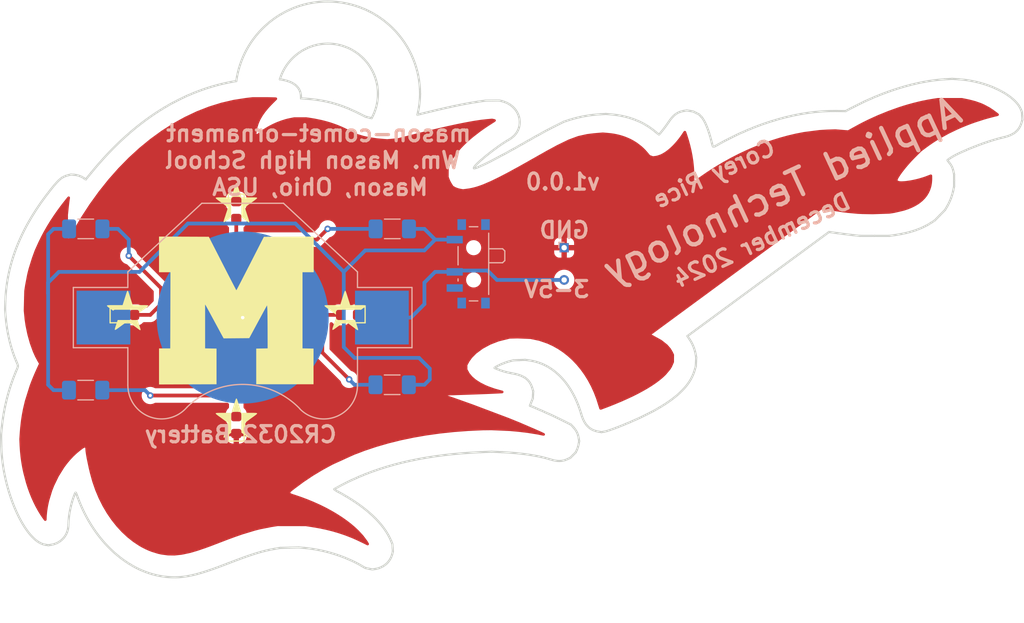
<source format=kicad_pcb>
(kicad_pcb (version 20240108) (generator "pcbnew") (generator_version "8.0")
  (layers (0 "F.Cu" signal) (31 "B.Cu" signal) (34 "B.Paste" user) (35 "F.Paste" user) (36 "B.SilkS" user "B.Silkscreen") (37 "F.SilkS" user "F.Silkscreen") (38 "B.Mask" user) (39 "F.Mask" user) (44 "Edge.Cuts" user))
  (net 0 "")
  (net 1 "Net-(BT1-+)")
  (net 2 "Net-(D1-A)")
  (net 3 "Net-(D2-A)")
  (net 4 "Net-(D3-A)")
  (net 5 "Net-(D4-A)")
  (net 6 "GND")
  (net 7 "Net-(SW1-A)")
  (footprint "Connector_PinHeader_1.00mm:PinHeader_1x01_P1.00mm_Vertical" (layer "F.Cu") (at 75 43)
    (property "Reference" "J2" (hide yes))
    (property "Value" "Conn_01x01_Pin" (hide yes))
  )
  (footprint "Diode_SMD:D_0603_1608Metric" (layer "F.Cu") (at 44.5 39.5 -90)
    (property "Reference" "D1" (hide yes))
    (property "Value" "LED")
  )
  (footprint "Diode_SMD:D_0603_1608Metric" (layer "F.Cu") (at 55 49.25 180)
    (property "Reference" "D3" (hide yes))
    (property "Value" "LED")
  )
  (footprint "Connector_PinHeader_1.00mm:PinHeader_1x01_P1.00mm_Vertical" (layer "F.Cu") (at 75 46)
    (property "Reference" "J1" (hide yes))
    (property "Value" "Conn_01x01_Pin" (hide yes))
  )
  (footprint "Diode_SMD:D_0603_1608Metric" (layer "F.Cu") (at 34.25 49.25)
    (property "Reference" "D2" (hide yes))
    (property "Value" "LED")
  )
  (footprint "Diode_SMD:D_0603_1608Metric" (layer "F.Cu") (at 44.5 59.5 90)
    (property "Reference" "D4" (hide yes))
    (property "Value" "LED")
  )
  (footprint "Resistor_SMD:R_1206_3216Metric_Pad1.30x1.75mm_HandSolder" (layer "B.Cu") (at 30.5 41.25)
    (property "Reference" "R2" (hide yes))
    (property "Value" "R_US" (hide yes))
  )
  (footprint "Battery:BatteryHolder_Multicomp_BC-2001_1x2032" (layer "B.Cu") (at 45.095 49.5)
    (property "Reference" "BT1" (hide yes))
    (property "Value" "Battery_Cell" (hide yes))
  )
  (footprint "Button_Switch_SMD:SW_SPDT_PCM12" (layer "B.Cu") (at 66.25 44.5 -90)
    (property "Reference" "SW1" (hide yes))
    (property "Value" "SW_SPDT" (hide yes))
  )
  (footprint "Resistor_SMD:R_1206_3216Metric_Pad1.30x1.75mm_HandSolder" (layer "B.Cu") (at 59 55.75 180)
    (property "Reference" "R3" (hide yes))
    (property "Value" "R_US" (hide yes))
  )
  (footprint "Resistor_SMD:R_1206_3216Metric_Pad1.30x1.75mm_HandSolder" (layer "B.Cu") (at 59.0125 41.25 180)
    (property "Reference" "R1" (hide yes))
    (property "Value" "R_US" (hide yes))
  )
  (footprint "Resistor_SMD:R_1206_3216Metric_Pad1.30x1.75mm_HandSolder" (layer "B.Cu") (at 30.4875 56.25)
    (property "Reference" "R4" (hide yes))
    (property "Value" "R_US" (hide yes))
  )
  (gr_poly (pts (xy 44.518112 57.021702) (xy 44.523312 57.023301) (xy 44.528511 57.026402) (xy 44.533711 57.031102) (xy 44.53941 57.036801) (xy 44.544609 57.043499) (xy 44.549809 57.0518) (xy 44.555508 57.0611) (xy 44.561207 57.071442) (xy 44.567408 57.083321) (xy 44.579289 57.110711) (xy 44.592209 57.143269) (xy 44.605648 57.180478) (xy 44.620638 57.222847) (xy 44.636137 57.270386) (xy 44.671276 57.37994) (xy 44.759127 57.658478) (xy 44.983919 58.362313) (xy 45.743046 58.362313) (xy 46.04122 58.361794) (xy 46.158526 58.362313) (xy 46.254646 58.364914) (xy 46.331127 58.370114) (xy 46.386938 58.378415) (xy 46.407608 58.384613) (xy 46.423107 58.391812) (xy 46.433958 58.400113) (xy 46.439657 58.409912) (xy 46.440657 58.421803) (xy 46.437058 58.434723) (xy 46.428257 58.449715) (xy 46.414818 58.466767) (xy 46.374508 58.506558) (xy 46.315598 58.555138) (xy 46.238598 58.614048) (xy 46.143507 58.683297) (xy 45.900627 58.857445) (xy 45.667566 59.027462) (xy 45.476881 59.169056) (xy 45.348208 59.267758) (xy 45.313068 59.296177) (xy 45.303768 59.304978) (xy 45.300669 59.308579) (xy 45.305368 59.326668) (xy 45.318808 59.371109) (xy 45.367897 59.528206) (xy 45.440758 59.7561) (xy 45.529638 60.031018) (xy 45.621618 60.309037) (xy 45.685698 60.508507) (xy 45.705338 60.580338) (xy 45.716188 60.634079) (xy 45.717789 60.654751) (xy 45.716789 60.671292) (xy 45.71319 60.683171) (xy 45.70649 60.691471) (xy 45.697189 60.695572) (xy 45.68479 60.695572) (xy 45.6698 60.691971) (xy 45.651199 60.684773) (xy 45.60417 60.658932) (xy 45.54319 60.618622) (xy 45.377308 60.4977) (xy 45.146315 60.327168) (xy 44.976816 60.201596) (xy 44.976816 58.471985) (xy 44.976557 58.461663) (xy 44.975788 58.45148) (xy 44.97452 58.441449) (xy 44.972768 58.431581) (xy 44.970542 58.421889) (xy 44.967855 58.412386) (xy 44.96472 58.403083) (xy 44.961149 58.393994) (xy 44.957155 58.38513) (xy 44.952749 58.376505) (xy 44.947945 58.368129) (xy 44.942754 58.360017) (xy 44.937189 58.352179) (xy 44.931262 58.344629) (xy 44.924986 58.337379) (xy 44.918372 58.330441) (xy 44.911435 58.323828) (xy 44.904185 58.317552) (xy 44.896635 58.311625) (xy 44.888797 58.30606) (xy 44.880685 58.300868) (xy 44.87231 58.296064) (xy 44.863684 58.291658) (xy 44.854821 58.287663) (xy 44.845731 58.284092) (xy 44.836429 58.280957) (xy 44.826926 58.278271) (xy 44.817234 58.276045) (xy 44.807366 58.274292) (xy 44.797334 58.273025) (xy 44.787151 58.272255) (xy 44.776829 58.271996) (xy 44.225441 58.271996) (xy 44.215119 58.272255) (xy 44.204936 58.273025) (xy 44.194905 58.274292) (xy 44.185037 58.276045) (xy 44.175345 58.27827) (xy 44.165842 58.280957) (xy 44.156539 58.284092) (xy 44.14745 58.287663) (xy 44.138587 58.291657) (xy 44.129961 58.296063) (xy 44.121586 58.300867) (xy 44.113473 58.306058) (xy 44.105636 58.311624) (xy 44.098086 58.317551) (xy 44.090836 58.323827) (xy 44.083898 58.33044) (xy 44.077285 58.337378) (xy 44.071009 58.344628) (xy 44.065082 58.352178) (xy 44.059517 58.360015) (xy 44.054326 58.368128) (xy 44.049521 58.376503) (xy 44.045115 58.385129) (xy 44.041121 58.393992) (xy 44.03755 58.403082) (xy 44.034415 58.412384) (xy 44.031728 58.421888) (xy 44.029502 58.43158) (xy 44.02775 58.441448) (xy 44.026482 58.45148) (xy 44.025713 58.461663) (xy 44.025454 58.471985) (xy 44.025454 60.21658) (xy 43.890062 60.3158) (xy 43.661135 60.482197) (xy 43.570705 60.547306) (xy 43.495255 60.599495) (xy 43.434275 60.638256) (xy 43.408955 60.652207) (xy 43.386734 60.663056) (xy 43.367615 60.669754) (xy 43.352116 60.673355) (xy 43.339195 60.672837) (xy 43.329895 60.668137) (xy 43.322695 60.659836) (xy 43.318594 60.647435) (xy 43.317595 60.631413) (xy 43.318594 60.610741) (xy 43.322193 60.586453) (xy 43.327892 60.557515) (xy 43.347012 60.486714) (xy 43.374401 60.397835) (xy 43.40954 60.290863) (xy 43.49997 60.019047) (xy 43.659132 59.530705) (xy 43.707712 59.376709) (xy 43.725802 59.313668) (xy 43.725285 59.312069) (xy 43.722685 59.309468) (xy 43.713884 59.300167) (xy 43.698895 59.287766) (xy 43.678745 59.270714) (xy 43.622934 59.226784) (xy 43.549555 59.170452) (xy 43.460674 59.103791) (xy 43.358872 59.027821) (xy 43.246216 58.94566) (xy 43.125811 58.857811) (xy 42.88345 58.683663) (xy 42.78837 58.614415) (xy 42.710859 58.555504) (xy 42.651949 58.506924) (xy 42.629728 58.485733) (xy 42.611639 58.467133) (xy 42.5982 58.450081) (xy 42.589899 58.435089) (xy 42.585798 58.42165) (xy 42.586798 58.410279) (xy 42.592999 58.400479) (xy 42.603338 58.391678) (xy 42.619358 58.38448) (xy 42.639507 58.378781) (xy 42.665348 58.373581) (xy 42.695839 58.36998) (xy 42.771809 58.364781) (xy 42.868439 58.362679) (xy 42.985745 58.361679) (xy 43.283918 58.362198) (xy 44.043562 58.362198) (xy 44.268354 57.657849) (xy 44.356205 57.379311) (xy 44.390825 57.269757) (xy 44.420796 57.180355) (xy 44.447666 57.110596) (xy 44.459557 57.083207) (xy 44.470926 57.060467) (xy 44.481777 57.043415) (xy 44.492628 57.031014) (xy 44.502958 57.023213) (xy 44.513298 57.020611)) (stroke (width -0.000001)) (fill solid) (layer "F.SilkS"))
  (gr_poly (pts (xy 35.322587 49.734385) (xy 35.411467 50.009303) (xy 35.411467 50.009819) (xy 35.503447 50.287323) (xy 35.567527 50.486794) (xy 35.587167 50.558625) (xy 35.598017 50.612885) (xy 35.599617 50.633034) (xy 35.598617 50.649575) (xy 35.595017 50.661974) (xy 35.588317 50.669773) (xy 35.579017 50.673874) (xy 35.566617 50.673874) (xy 35.551627 50.670275) (xy 35.533027 50.663075) (xy 35.486007 50.637234) (xy 35.425027 50.596924) (xy 35.259146 50.476002) (xy 35.028152 50.30547) (xy 34.799742 50.135455) (xy 34.709312 50.068795) (xy 34.631791 50.014016) (xy 34.564091 49.971646) (xy 34.533601 49.955105) (xy 34.504141 49.941155) (xy 34.476231 49.930304) (xy 34.449361 49.922505) (xy 34.423521 49.917805) (xy 34.397162 49.916306) (xy 34.371322 49.917305) (xy 34.345482 49.921406) (xy 34.318612 49.928606) (xy 34.290702 49.938946) (xy 34.261762 49.952385) (xy 34.231272 49.968405) (xy 34.164612 50.009745) (xy 34.087612 50.062975) (xy 33.998212 50.128085) (xy 33.772386 50.293967) (xy 33.543459 50.460364) (xy 33.453029 50.525473) (xy 33.377579 50.577664) (xy 33.316599 50.616423) (xy 33.290759 50.630373) (xy 33.269059 50.641224) (xy 33.249939 50.647925) (xy 33.234439 50.651024) (xy 33.221519 50.650507) (xy 33.211719 50.646407) (xy 33.205019 50.638106) (xy 33.200919 50.625706) (xy 33.199319 50.609686) (xy 33.200319 50.589016) (xy 33.203919 50.564206) (xy 33.210119 50.535786) (xy 33.22872 50.464985) (xy 33.256109 50.376105) (xy 33.291249 50.269135) (xy 33.38168 49.997317) (xy 33.470559 49.724982) (xy 35.276134 49.724982) (xy 35.28152 49.724899) (xy 35.286858 49.724655) (xy 35.292149 49.724259) (xy 35.297397 49.723719) (xy 35.302603 49.723043) (xy 35.30777 49.722239) (xy 35.312899 49.721316) (xy 35.317993 49.720282)) (stroke (width -0.000001)) (fill solid) (layer "F.SilkS"))
  (gr_poly (pts (xy 53.775608 49.525048) (xy 53.775867 49.53537) (xy 53.776637 49.545553) (xy 53.777904 49.555584) (xy 53.779657 49.565452) (xy 53.781883 49.575144) (xy 53.784569 49.584647) (xy 53.787704 49.593949) (xy 53.791275 49.603039) (xy 53.795269 49.611902) (xy 53.799675 49.620528) (xy 53.80448 49.628903) (xy 53.809671 49.637015) (xy 53.815236 49.644853) (xy 53.821163 49.652403) (xy 53.827439 49.659653) (xy 53.834052 49.666591) (xy 53.84099 49.673204) (xy 53.84824 49.67948) (xy 53.85579 49.685407) (xy 53.863627 49.690972) (xy 53.871739 49.696163) (xy 53.880115 49.700968) (xy 53.88874 49.705374) (xy 53.897604 49.709368) (xy 53.906693 49.712939) (xy 53.915995 49.716074) (xy 53.925499 49.71876) (xy 53.935191 49.720986) (xy 53.945059 49.722739) (xy 53.95509 49.724006) (xy 53.965273 49.724776) (xy 53.975596 49.725035) (xy 55.555861 49.725035) (xy 55.558962 49.734335) (xy 55.647841 50.009253) (xy 55.647841 50.00977) (xy 55.739821 50.287274) (xy 55.8039 50.486744) (xy 55.823542 50.558575) (xy 55.834391 50.612835) (xy 55.835989 50.632985) (xy 55.83499 50.649525) (xy 55.831389 50.661925) (xy 55.82469 50.669724) (xy 55.81539 50.673825) (xy 55.802988 50.673825) (xy 55.787996 50.670226) (xy 55.769396 50.663025) (xy 55.722364 50.637185) (xy 55.661383 50.596875) (xy 55.495501 50.475953) (xy 55.264505 50.30542) (xy 55.036097 50.135405) (xy 54.945665 50.068745) (xy 54.868155 50.013966) (xy 54.800455 49.971596) (xy 54.769445 49.955056) (xy 54.740507 49.941105) (xy 54.712599 49.930254) (xy 54.685728 49.922455) (xy 54.659369 49.917756) (xy 54.633528 49.916256) (xy 54.607687 49.917256) (xy 54.581327 49.921357) (xy 54.554457 49.928557) (xy 54.526556 49.938897) (xy 54.497616 49.952336) (xy 54.467125 49.968356) (xy 54.400465 50.009695) (xy 54.323465 50.062926) (xy 54.234066 50.128035) (xy 54.00824 50.293917) (xy 53.779314 50.460314) (xy 53.688885 50.525423) (xy 53.613434 50.577614) (xy 53.552454 50.616373) (xy 53.527134 50.630324) (xy 53.504913 50.641175) (xy 53.486313 50.647875) (xy 53.470293 50.650975) (xy 53.457893 50.650458) (xy 53.448093 50.646357) (xy 53.440893 50.638056) (xy 53.436792 50.625656) (xy 53.435793 50.609637) (xy 53.436792 50.588967) (xy 53.440392 50.564156) (xy 53.446091 50.535736) (xy 53.46521 50.464936) (xy 53.4926 50.376055) (xy 53.527739 50.269085) (xy 53.618168 49.997267) (xy 53.775782 49.51306)) (stroke (width -0.000001)) (fill solid) (layer "F.SilkS"))
  (gr_poly (pts (xy 54.636557 46.999968) (xy 54.641756 47.001467) (xy 54.646956 47.004567) (xy 54.652155 47.009266) (xy 54.657854 47.014965) (xy 54.663054 47.021666) (xy 54.668753 47.029465) (xy 54.673952 47.039265) (xy 54.679651 47.049605) (xy 54.68585 47.061495) (xy 54.697741 47.088885) (xy 54.710661 47.121445) (xy 54.7241 47.158656) (xy 54.739092 47.201025) (xy 54.754591 47.248566) (xy 54.789732 47.35812) (xy 54.877581 47.636656) (xy 55.102373 48.340489) (xy 55.861502 48.340489) (xy 56.159674 48.339972) (xy 56.276979 48.340971) (xy 56.373098 48.343071) (xy 56.449579 48.348271) (xy 56.505388 48.357071) (xy 56.52606 48.36277) (xy 56.541559 48.369971) (xy 56.552408 48.378771) (xy 56.558107 48.388571) (xy 56.559107 48.399941) (xy 56.555506 48.41338) (xy 56.546705 48.42837) (xy 56.533266 48.44542) (xy 56.492956 48.485209) (xy 56.434046 48.533789) (xy 56.356535 48.592699) (xy 56.261965 48.66195) (xy 56.091433 48.784422) (xy 56.08367 48.781932) (xy 56.07576 48.779752) (xy 56.067712 48.77789) (xy 56.059538 48.776353) (xy 56.051249 48.775145) (xy 56.042856 48.774275) (xy 56.034369 48.773748) (xy 56.025801 48.773571) (xy 53.975796 48.773571) (xy 53.965474 48.773831) (xy 53.955291 48.7746) (xy 53.945259 48.775867) (xy 53.935391 48.77762) (xy 53.9257 48.779846) (xy 53.916196 48.782532) (xy 53.906894 48.785667) (xy 53.897805 48.789238) (xy 53.888941 48.793233) (xy 53.880316 48.797638) (xy 53.871941 48.802443) (xy 53.863828 48.807634) (xy 53.855991 48.813199) (xy 53.848441 48.819126) (xy 53.841191 48.825402) (xy 53.834253 48.832015) (xy 53.82764 48.838953) (xy 53.821363 48.846203) (xy 53.815437 48.853753) (xy 53.809871 48.86159) (xy 53.80468 48.869703) (xy 53.799876 48.878078) (xy 53.79547 48.886704) (xy 53.791475 48.895567) (xy 53.787905 48.904656) (xy 53.78477 48.913959) (xy 53.782083 48.923462) (xy 53.779857 48.933154) (xy 53.778104 48.943022) (xy 53.776837 48.953054) (xy 53.776068 48.963237) (xy 53.775808 48.973559) (xy 53.775808 49.232514) (xy 53.741188 49.205124) (xy 53.667809 49.148795) (xy 53.578928 49.081614) (xy 53.477125 49.006163) (xy 53.364471 48.923483) (xy 53.244066 48.836153) (xy 53.001703 48.662005) (xy 52.906624 48.592245) (xy 52.829104 48.533846) (xy 52.770193 48.484757) (xy 52.747454 48.464087) (xy 52.729883 48.444968) (xy 52.716444 48.427918) (xy 52.708143 48.412928) (xy 52.704042 48.400008) (xy 52.705042 48.388638) (xy 52.711243 48.378298) (xy 52.721582 48.369997) (xy 52.737082 48.362797) (xy 52.757752 48.357098) (xy 52.783592 48.351899) (xy 52.814083 48.348299) (xy 52.890043 48.3431) (xy 52.986673 48.3405) (xy 53.103979 48.339983) (xy 53.402153 48.3405) (xy 54.161797 48.3405) (xy 54.386589 47.636151) (xy 54.47444 47.357615) (xy 54.50906 47.248061) (xy 54.53903 47.158141) (xy 54.56539 47.088381) (xy 54.577791 47.06151) (xy 54.589163 47.038771) (xy 54.600012 47.021201) (xy 54.610861 47.008801) (xy 54.621203 47.001601) (xy 54.631544 46.999001)) (stroke (width -0.000001)) (fill solid) (layer "F.SilkS"))
  (gr_poly (pts (xy 34.4 47) (xy 34.4052 47.0015) (xy 34.4104 47.004599) (xy 34.415601 47.009299) (xy 34.420801 47.014998) (xy 34.426501 47.021698) (xy 34.432201 47.029498) (xy 34.437402 47.039297) (xy 34.443102 47.049637) (xy 34.449302 47.061528) (xy 34.461192 47.088917) (xy 34.474113 47.121477) (xy 34.487553 47.158688) (xy 34.502543 47.201058) (xy 34.518043 47.248598) (xy 34.553183 47.358153) (xy 34.641033 47.636689) (xy 34.865825 48.340552) (xy 35.625 48.340552) (xy 35.923173 48.340035) (xy 36.040479 48.341034) (xy 36.136599 48.343134) (xy 36.213079 48.348334) (xy 36.268889 48.357134) (xy 36.289558 48.362833) (xy 36.305059 48.370034) (xy 36.315908 48.378834) (xy 36.321609 48.388634) (xy 36.322609 48.400004) (xy 36.319009 48.413443) (xy 36.310209 48.428433) (xy 36.296769 48.445483) (xy 36.256459 48.485272) (xy 36.197549 48.533852) (xy 36.120029 48.592762) (xy 36.025458 48.662012) (xy 35.782579 48.836161) (xy 35.54952 49.005659) (xy 35.476139 49.05992) (xy 35.476139 48.97362) (xy 35.47588 48.963298) (xy 35.47511 48.953115) (xy 35.473843 48.943083) (xy 35.47209 48.933216) (xy 35.469865 48.923524) (xy 35.467178 48.914021) (xy 35.464043 48.904718) (xy 35.460472 48.895629) (xy 35.456478 48.886765) (xy 35.452072 48.87814) (xy 35.447267 48.869765) (xy 35.442076 48.861652) (xy 35.436511 48.853815) (xy 35.430584 48.846265) (xy 35.424308 48.839015) (xy 35.417695 48.832077) (xy 35.410757 48.825464) (xy 35.403507 48.819187) (xy 35.395957 48.813261) (xy 35.38812 48.807695) (xy 35.380007 48.802504) (xy 35.371632 48.7977) (xy 35.363006 48.793294) (xy 35.354143 48.789299) (xy 35.345053 48.785729) (xy 35.335751 48.782594) (xy 35.326248 48.779907) (xy 35.316556 48.777681) (xy 35.306688 48.775928) (xy 35.296656 48.774661) (xy 35.286473 48.773892) (xy 35.276151 48.773632) (xy 33.226147 48.773632) (xy 33.219334 48.773745) (xy 33.212579 48.77408) (xy 33.205886 48.774634) (xy 33.199258 48.775403) (xy 33.192699 48.776385) (xy 33.186212 48.777575) (xy 33.179801 48.77897) (xy 33.173469 48.780566) (xy 33.16722 48.782361) (xy 33.161058 48.78435) (xy 33.154986 48.78653) (xy 33.149007 48.788898) (xy 33.143126 48.79145) (xy 33.137345 48.794182) (xy 33.131669 48.797092) (xy 33.1261 48.800175) (xy 33.120643 48.803428) (xy 33.115301 48.806848) (xy 33.110078 48.810431) (xy 33.104977 48.814174) (xy 33.100001 48.818072) (xy 33.095154 48.822124) (xy 33.090441 48.826324) (xy 33.085863 48.83067) (xy 33.081426 48.835158) (xy 33.077132 48.839785) (xy 33.072985 48.844547) (xy 33.068989 48.849441) (xy 33.065147 48.854463) (xy 33.061462 48.859609) (xy 33.057939 48.864877) (xy 33.054581 48.870263) (xy 33.007561 48.836153) (xy 32.765198 48.662005) (xy 32.670117 48.592245) (xy 32.592597 48.533846) (xy 32.533687 48.484757) (xy 32.511466 48.464087) (xy 32.493379 48.444968) (xy 32.479942 48.427918) (xy 32.471672 48.412928) (xy 32.467542 48.400008) (xy 32.468572 48.388638) (xy 32.474772 48.378298) (xy 32.485107 48.369997) (xy 32.500609 48.362797) (xy 32.52128 48.357098) (xy 32.547118 48.351899) (xy 32.577608 48.348299) (xy 32.653568 48.3431) (xy 32.750198 48.3405) (xy 32.867504 48.339983) (xy 33.165677 48.3405) (xy 33.92532 48.3405) (xy 34.150113 47.636151) (xy 34.237963 47.357615) (xy 34.272583 47.248061) (xy 34.302553 47.158141) (xy 34.328913 47.088381) (xy 34.341312 47.06151) (xy 34.352682 47.038771) (xy 34.363532 47.021201) (xy 34.374382 47.008801) (xy 34.384722 47.001601) (xy 34.395052 46.999001)) (stroke (width -0.000001)) (fill solid) (layer "F.SilkS"))
  (gr_poly (pts (xy 44.518112 36.978346) (xy 44.523312 36.979947) (xy 44.528511 36.983046) (xy 44.533711 36.987746) (xy 44.53941 36.993445) (xy 44.544609 37.000145) (xy 44.549809 37.007944) (xy 44.555508 37.017744) (xy 44.561207 37.028084) (xy 44.567408 37.039965) (xy 44.579289 37.067355) (xy 44.592209 37.099915) (xy 44.605648 37.137125) (xy 44.620638 37.179495) (xy 44.636137 37.227036) (xy 44.671276 37.33659) (xy 44.759127 37.615126) (xy 44.983919 38.318959) (xy 45.743046 38.318959) (xy 46.04122 38.318442) (xy 46.158526 38.319441) (xy 46.254646 38.321541) (xy 46.331127 38.326741) (xy 46.386938 38.335541) (xy 46.407608 38.34124) (xy 46.423107 38.348441) (xy 46.433958 38.357241) (xy 46.439657 38.367041) (xy 46.440657 38.378411) (xy 46.437058 38.39185) (xy 46.428257 38.40684) (xy 46.414818 38.42389) (xy 46.374508 38.463679) (xy 46.315598 38.512259) (xy 46.238598 38.571169) (xy 46.143507 38.640419) (xy 45.900627 38.81457) (xy 45.667566 38.984068) (xy 45.476881 39.125662) (xy 45.348208 39.224362) (xy 45.313068 39.252781) (xy 45.303768 39.261082) (xy 45.300669 39.265183) (xy 45.305368 39.283272) (xy 45.318808 39.327711) (xy 45.367897 39.484808) (xy 45.440758 39.712702) (xy 45.529638 39.987622) (xy 45.529638 39.988139) (xy 45.621618 40.265641) (xy 45.685698 40.465111) (xy 45.705338 40.536942) (xy 45.716188 40.591202) (xy 45.717789 40.611351) (xy 45.716789 40.627892) (xy 45.71319 40.640292) (xy 45.70649 40.648091) (xy 45.697189 40.652192) (xy 45.68479 40.652192) (xy 45.6698 40.648592) (xy 45.651199 40.641392) (xy 45.60417 40.615042) (xy 45.54319 40.575253) (xy 45.377308 40.454331) (xy 45.146315 40.283799) (xy 44.976816 40.157708) (xy 44.976816 38.474606) (xy 44.976557 38.464282) (xy 44.975788 38.454094) (xy 44.97452 38.444055) (xy 44.972768 38.434178) (xy 44.970542 38.424474) (xy 44.967855 38.414957) (xy 44.96472 38.405639) (xy 44.961149 38.396532) (xy 44.957155 38.387649) (xy 44.952749 38.379003) (xy 44.947945 38.370607) (xy 44.942754 38.362472) (xy 44.937189 38.354612) (xy 44.931262 38.347038) (xy 44.924986 38.339764) (xy 44.918372 38.332802) (xy 44.911435 38.326165) (xy 44.904185 38.319865) (xy 44.896635 38.313915) (xy 44.888797 38.308327) (xy 44.880685 38.303113) (xy 44.87231 38.298288) (xy 44.863684 38.293862) (xy 44.854821 38.289849) (xy 44.845731 38.286261) (xy 44.836429 38.28311) (xy 44.826926 38.28041) (xy 44.817234 38.278172) (xy 44.807366 38.27641) (xy 44.797334 38.275136) (xy 44.787151 38.274362) (xy 44.776829 38.274102) (xy 44.224924 38.274102) (xy 44.214602 38.274362) (xy 44.204419 38.275136) (xy 44.194388 38.27641) (xy 44.18452 38.278173) (xy 44.174828 38.28041) (xy 44.165325 38.28311) (xy 44.156022 38.286261) (xy 44.146933 38.289849) (xy 44.13807 38.293863) (xy 44.129444 38.298288) (xy 44.121069 38.303114) (xy 44.112956 38.308328) (xy 44.105119 38.313916) (xy 44.097569 38.319866) (xy 44.090319 38.326167) (xy 44.083381 38.332804) (xy 44.076768 38.339766) (xy 44.070492 38.34704) (xy 44.064565 38.354613) (xy 44.059 38.362474) (xy 44.053809 38.370609) (xy 44.049004 38.379005) (xy 44.044598 38.387651) (xy 44.040604 38.396533) (xy 44.037033 38.40564) (xy 44.033898 38.414958) (xy 44.031211 38.424475) (xy 44.028985 38.434179) (xy 44.027233 38.444056) (xy 44.025965 38.454095) (xy 44.025196 38.464282) (xy 44.024937 38.474606) (xy 44.024937 40.173211) (xy 43.890062 40.272431) (xy 43.661135 40.438828) (xy 43.570705 40.503937) (xy 43.495255 40.556128) (xy 43.434275 40.594887) (xy 43.408955 40.608838) (xy 43.386734 40.619688) (xy 43.367615 40.626389) (xy 43.352116 40.629488) (xy 43.339195 40.628971) (xy 43.329895 40.624871) (xy 43.322695 40.61657) (xy 43.318594 40.60417) (xy 43.317595 40.58815) (xy 43.318594 40.56748) (xy 43.322193 40.54319) (xy 43.327892 40.51425) (xy 43.347012 40.443449) (xy 43.374401 40.354569) (xy 43.40954 40.247597) (xy 43.49997 39.975779) (xy 43.659132 39.48692) (xy 43.707712 39.332924) (xy 43.725802 39.270394) (xy 43.725285 39.268793) (xy 43.722685 39.265694) (xy 43.713884 39.256894) (xy 43.698895 39.243973) (xy 43.678745 39.227433) (xy 43.622934 39.183512) (xy 43.549555 39.127182) (xy 43.460674 39.060002) (xy 43.358872 38.984551) (xy 43.246216 38.901871) (xy 43.125811 38.814541) (xy 42.88345 38.640391) (xy 42.78837 38.571141) (xy 42.710859 38.51223) (xy 42.651949 38.46365) (xy 42.629728 38.442459) (xy 42.611639 38.423859) (xy 42.5982 38.406809) (xy 42.589899 38.391819) (xy 42.585798 38.378899) (xy 42.586798 38.367009) (xy 42.592999 38.357209) (xy 42.603338 38.348408) (xy 42.619358 38.341708) (xy 42.639507 38.335507) (xy 42.665348 38.330807) (xy 42.695839 38.326706) (xy 42.771809 38.322007) (xy 42.868439 38.319407) (xy 42.985745 38.31889) (xy 43.283918 38.319407) (xy 44.043562 38.319407) (xy 44.268354 37.61454) (xy 44.356205 37.336005) (xy 44.390825 37.22645) (xy 44.420796 37.13653) (xy 44.447666 37.066771) (xy 44.459557 37.039381) (xy 44.470926 37.017161) (xy 44.481777 36.99959) (xy 44.492628 36.987191) (xy 44.502958 36.97999) (xy 44.513298 36.977391)) (stroke (width -0.000001)) (fill solid) (layer "F.SilkS"))
  (gr_poly (pts (xy 51.705942 45.282809) (xy 50.662043 45.282809) (xy 50.662043 52.364308) (xy 51.174643 52.374707) (xy 51.687243 52.385106) (xy 51.687243 55.703205) (xy 46.355843 55.703205) (xy 46.355843 52.385106) (xy 46.887142 52.374806) (xy 47.418442 52.364506) (xy 47.413542 50.641205) (xy 47.409842 49.950205) (xy 47.403341 49.342705) (xy 47.394941 48.884304) (xy 47.390341 48.731505) (xy 47.38554 48.640705) (xy 47.362539 48.363505) (xy 47.168739 48.715205) (xy 46.34194 50.241404) (xy 45.708941 51.415804) (xy 44.515741 51.425703) (xy 43.322641 51.435503) (xy 43.063841 50.959603) (xy 42.25284 49.458502) (xy 42.03454 49.054602) (xy 41.848341 48.712801) (xy 41.714142 48.469101) (xy 41.672642 48.395401) (xy 41.651442 48.359702) (xy 41.602341 48.286101) (xy 41.602341 52.364502) (xy 42.66494 52.385102) (xy 42.66494 55.703202) (xy 39.989941 55.712803) (xy 37.31484 55.722405) (xy 37.31484 52.366406) (xy 38.35804 52.366406) (xy 38.37744 45.282807) (xy 37.314839 45.282807) (xy 37.314839 41.964106) (xy 39.63094 41.973706) (xy 41.947039 41.983206) (xy 43.219339 44.471405) (xy 43.714939 45.437405) (xy 44.12344 46.228505) (xy 44.402741 46.762906) (xy 44.48064 46.908406) (xy 44.510441 46.959105) (xy 44.617842 46.762604) (xy 44.896643 46.228104) (xy 45.799242 44.471005) (xy 47.069342 41.983204) (xy 49.387642 41.973605) (xy 51.705942 41.964104)) (stroke (width -0.000001)) (fill solid) (layer "F.SilkS"))
  (gr_line (start 101.865145 41.828431) (end 102.507359 41.898038) (stroke (width 0.2)) (layer "Edge.Cuts"))
  (gr_line (start 50.521493 29.109729) (end 50.521493 28.98859) (stroke (width 0.2)) (layer "Edge.Cuts"))
  (gr_line (start 49.451792 70.900893) (end 50.30927 70.87835) (stroke (width 0.2)) (layer "Edge.Cuts"))
  (gr_curve (pts (xy 117.489792 30.156496) (xy 116.943421 28.78934) (xy 114.311735 27.502981) (xy 111.719351 27.335872)) (stroke (width 0.2)) (layer "Edge.Cuts"))
  (gr_line (start 48.594314 70.923435) (end 49.451792 70.900893) (stroke (width 0.2)) (layer "Edge.Cuts"))
  (gr_line (start 71.816028 57.695526) (end 71.83625 57.63093) (stroke (width 0.2)) (layer "Edge.Cuts"))
  (gr_curve (pts (xy 71.748935 53.483475) (xy 73.975493 53.78574) (xy 75.760333 55.629602) (xy 76.591573 58.486443)) (stroke (width 0.2)) (layer "Edge.Cuts"))
  (gr_curve (pts (xy 73.706882 62.690259) (xy 74.393921 62.904039) (xy 74.828807 62.894959) (xy 75.336483 62.655909)) (stroke (width 0.2)) (layer "Edge.Cuts"))
  (gr_line (start 69.853071 53.584392) (end 70.267492 53.477388) (stroke (width 0.2)) (layer "Edge.Cuts"))
  (gr_line (start 71.365823 53.431403) (end 71.748935 53.483475) (stroke (width 0.2)) (layer "Edge.Cuts"))
  (gr_curve (pts (xy 68.609799 54.119599) (xy 68.803522 53.970094) (xy 69.469235 53.68347) (xy 69.853071 53.584392)) (stroke (width 0.2)) (layer "Edge.Cuts"))
  (gr_line (start 72.084082 57.027725) (end 72.102503 56.692392) (stroke (width 0.2)) (layer "Edge.Cuts"))
  (gr_line (start 111.270572 36.18425) (end 111.21224 35.908862) (stroke (width 0.2)) (layer "Edge.Cuts"))
  (gr_curve (pts (xy 57.457901 72.881759) (xy 58.212553 72.758494) (xy 58.805895 72.238831) (xy 58.996783 71.533626)) (stroke (width 0.2)) (layer "Edge.Cuts"))
  (gr_line (start 101.782307 29.979705) (end 101.181606 30.297144) (stroke (width 0.2)) (layer "Edge.Cuts"))
  (gr_curve (pts (xy 88.732429 33.23158) (xy 88.467014 32.108058) (xy 88.091734 31.176487) (xy 87.765261 30.831288)) (stroke (width 0.2)) (layer "Edge.Cuts"))
  (gr_line (start 56.160947 72.594023) (end 56.51686 72.798014) (stroke (width 0.2)) (layer "Edge.Cuts"))
  (gr_curve (pts (xy 105.760477 41.826748) (xy 107.149594 41.629967) (xy 108.250286 41.256159) (xy 109.137961 40.679926)) (stroke (width 0.2)) (layer "Edge.Cuts"))
  (gr_line (start 31.004028 36.03452) (end 30.497987 36.654722) (stroke (width 0.2)) (layer "Edge.Cuts"))
  (gr_curve (pts (xy 72.050625 56.11209) (xy 71.808344 55.272682) (xy 71.288079 54.880532) (xy 70.162992 54.689163)) (stroke (width 0.2)) (layer "Edge.Cuts"))
  (gr_line (start 93.05148 46.37904) (end 99.638957 41.536582) (stroke (width 0.2)) (layer "Edge.Cuts"))
  (gr_line (start 78.471152 60.155054) (end 78.737236 60.112466) (stroke (width 0.2)) (layer "Edge.Cuts"))
  (gr_curve (pts (xy 66.611394 35.608602) (xy 66.440115 35.43732) (xy 68.653058 33.629983) (xy 69.88581 32.934353)) (stroke (width 0.2)) (layer "Edge.Cuts"))
  (gr_line (start 101.181606 30.297144) (end 100.311245 30.285163) (stroke (width 0.2)) (layer "Edge.Cuts"))
  (gr_curve (pts (xy 66.952455 29.425727) (xy 65.592622 29.627456) (xy 63.952086 29.984196) (xy 61.352364 30.630528)) (stroke (width 0.2)) (layer "Edge.Cuts"))
  (gr_line (start 59.02651 70.57845) (end 58.919146 70.31505) (stroke (width 0.2)) (layer "Edge.Cuts"))
  (gr_curve (pts (xy 55.22494 64.621914) (xy 58.517501 63.079265) (xy 62.424316 62.232356) (xy 67.228559 62.019595)) (stroke (width 0.2)) (layer "Edge.Cuts"))
  (gr_line (start 111.193618 37.67607) (end 111.270919 37.303159) (stroke (width 0.2)) (layer "Edge.Cuts"))
  (gr_curve (pts (xy 83.496661 32.222898) (xy 82.393777 31.294714) (xy 81.024668 30.751369) (xy 79.425788 30.607792)) (stroke (width 0.2)) (layer "Edge.Cuts"))
  (gr_line (start 86.464003 51.221681) (end 93.05148 46.37904) (stroke (width 0.2)) (layer "Edge.Cuts"))
  (gr_curve (pts (xy 57.67943 28.690843) (xy 57.678751 29.482562) (xy 57.47698 30.261135) (xy 57.093044 30.953531)) (stroke (width 0.2)) (layer "Edge.Cuts"))
  (gr_curve (pts (xy 70.162992 54.689163) (xy 69.657647 54.603216) (xy 69.13243 54.452488) (xy 68.755277 54.284939)) (stroke (width 0.2)) (layer "Edge.Cuts"))
  (gr_line (start 68.250659 61.974324) (end 69.21765 62.019595) (stroke (width 0.2)) (layer "Edge.Cuts"))
  (gr_curve (pts (xy 76.185552 61.80702) (xy 76.246325 61.677938) (xy 76.318294 61.441713) (xy 76.345701 61.282011)) (stroke (width 0.2)) (layer "Edge.Cuts"))
  (gr_curve (pts (xy 55.868561 30.488828) (xy 54.239119 29.667945) (xy 52.751977 29.259878) (xy 50.946295 29.138192)) (stroke (width 0.2)) (layer "Edge.Cuts"))
  (gr_curve (pts (xy 58.919146 70.31505) (xy 58.242612 68.655823) (xy 56.552619 67.083848) (xy 53.946598 65.689464)) (stroke (width 0.2)) (layer "Edge.Cuts"))
  (gr_curve (pts (xy 115.830308 32.743423) (xy 116.833817 32.519571) (xy 117.326848 32.117241) (xy 117.551709 31.338212)) (stroke (width 0.2)) (layer "Edge.Cuts"))
  (gr_line (start 75.854155 59.699471) (end 75.626545 59.453606) (stroke (width 0.2)) (layer "Edge.Cuts"))
  (gr_line (start 117.580335 30.382496) (end 117.489792 30.156496) (stroke (width 0.2)) (layer "Edge.Cuts"))
  (gr_curve (pts (xy 43.745949 72.361569) (xy 45.864166 71.538526) (xy 46.931619 71.20581) (xy 48.076463 71.011474)) (stroke (width 0.2)) (layer "Edge.Cuts"))
  (gr_curve (pts (xy 84.694302 31.347527) (xy 84.443555 31.72781) (xy 83.860968 32.475384) (xy 83.81535 32.475384)) (stroke (width 0.2)) (layer "Edge.Cuts"))
  (gr_curve (pts (xy 53.615021 65.460421) (xy 53.677717 65.401144) (xy 54.715014 64.860825) (xy 55.22494 64.621914)) (stroke (width 0.2)) (layer "Edge.Cuts"))
  (gr_line (start 68.982879 29.307427) (end 68.340488 29.311375) (stroke (width 0.2)) (layer "Edge.Cuts"))
  (gr_curve (pts (xy 27.262225 37.573218) (xy 24.536819 40.980245) (xy 23.141777 44.406691) (xy 23.019391 47.993938)) (stroke (width 0.2)) (layer "Edge.Cuts"))
  (gr_line (start 76.345701 61.282011) (end 76.395446 60.991591) (stroke (width 0.2)) (layer "Edge.Cuts"))
  (gr_curve (pts (xy 56.310391 25.385625) (xy 57.186988 26.262222) (xy 57.679448 27.451148) (xy 57.67943 28.690843)) (stroke (width 0.2)) (layer "Edge.Cuts"))
  (gr_curve (pts (xy 75.019044 59.146546) (xy 74.354176 58.810453) (xy 73.282152 58.318003) (xy 72.388636 57.938527)) (stroke (width 0.2)) (layer "Edge.Cuts"))
  (gr_line (start 111.085367 27.294895) (end 110.381063 27.338019) (stroke (width 0.2)) (layer "Edge.Cuts"))
  (gr_line (start 102.507359 41.898038) (end 103.87499 41.899077) (stroke (width 0.2)) (layer "Edge.Cuts"))
  (gr_line (start 29.118006 36.194133) (end 28.859439 36.260519) (stroke (width 0.2)) (layer "Edge.Cuts"))
  (gr_line (start 70.816658 53.4545) (end 71.365823 53.431403) (stroke (width 0.2)) (layer "Edge.Cuts"))
  (gr_line (start 76.395446 60.991591) (end 76.351428 60.706899) (stroke (width 0.2)) (layer "Edge.Cuts"))
  (gr_curve (pts (xy 89.314161 33.404794) (xy 88.798982 33.693949) (xy 88.844859 33.707499) (xy 88.732429 33.23158)) (stroke (width 0.2)) (layer "Edge.Cuts"))
  (gr_line (start 67.698273 29.315322) (end 66.952455 29.425727) (stroke (width 0.2)) (layer "Edge.Cuts"))
  (gr_line (start 76.074967 62.041787) (end 76.185552 61.80702) (stroke (width 0.2)) (layer "Edge.Cuts"))
  (gr_line (start 72.121306 56.357061) (end 72.050625 56.11209) (stroke (width 0.2)) (layer "Edge.Cuts"))
  (gr_line (start 26.750099 70.637119) (end 27.02495 70.676126) (stroke (width 0.2)) (layer "Edge.Cuts"))
  (gr_curve (pts (xy 111.21224 35.908862) (xy 111.141217 35.573778) (xy 111.026252 35.336556) (xy 110.807299 35.073395)) (stroke (width 0.2)) (layer "Edge.Cuts"))
  (gr_line (start 78.202385 60.112466) (end 78.471152 60.155054) (stroke (width 0.2)) (layer "Edge.Cuts"))
  (gr_line (start 68.527127 54.183662) (end 68.609799 54.119599) (stroke (width 0.2)) (layer "Edge.Cuts"))
  (gr_line (start 103.87499 41.899077) (end 105.242625 41.900116) (stroke (width 0.2)) (layer "Edge.Cuts"))
  (gr_curve (pts (xy 23.044442 49.382331) (xy 23.160709 50.859992) (xy 23.517701 52.363323) (xy 24.039703 53.57327)) (stroke (width 0.2)) (layer "Edge.Cuts"))
  (gr_line (start 69.252183 29.379541) (end 68.982879 29.307427) (stroke (width 0.2)) (layer "Edge.Cuts"))
  (gr_line (start 56.904622 30.914881) (end 56.512206 30.813244) (stroke (width 0.2)) (layer "Edge.Cuts"))
  (gr_line (start 111.270919 36.743616) (end 111.270572 36.18425) (stroke (width 0.2)) (layer "Edge.Cuts"))
  (gr_curve (pts (xy 59.079588 22.616663) (xy 57.46855 21.005659) (xy 55.283525 20.100622) (xy 53.005197 20.100654)) (stroke (width 0.2)) (layer "Edge.Cuts"))
  (gr_line (start 56.512206 30.813244) (end 55.868561 30.488828) (stroke (width 0.2)) (layer "Edge.Cuts"))
  (gr_curve (pts (xy 22.646302 61.461994) (xy 22.74031 65.627742) (xy 24.861359 70.369636) (xy 26.750099 70.637119)) (stroke (width 0.2)) (layer "Edge.Cuts"))
  (gr_line (start 48.076463 71.011474) (end 48.594314 70.923435) (stroke (width 0.2)) (layer "Edge.Cuts"))
  (gr_line (start 105.242625 41.900116) (end 105.760477 41.826748) (stroke (width 0.2)) (layer "Edge.Cuts"))
  (gr_curve (pts (xy 83.81535 32.475384) (xy 83.805135 32.475384) (xy 83.661717 32.361807) (xy 83.496661 32.222898)) (stroke (width 0.2)) (layer "Edge.Cuts"))
  (gr_line (start 75.626545 59.453606) (end 75.019044 59.146546) (stroke (width 0.2)) (layer "Edge.Cuts"))
  (gr_curve (pts (xy 28.890037 68.745011) (xy 28.890037 67.913561) (xy 29.139961 66.707894) (xy 29.473737 65.929221)) (stroke (width 0.2)) (layer "Edge.Cuts"))
  (gr_curve (pts (xy 27.263477 70.640876) (xy 28.223732 70.499788) (xy 28.890037 69.723235) (xy 28.890037 68.745011)) (stroke (width 0.2)) (layer "Edge.Cuts"))
  (gr_curve (pts (xy 61.352364 30.630528) (xy 61.507015 29.995385) (xy 61.588663 29.344665) (xy 61.595722 28.691003)) (stroke (width 0.2)) (layer "Edge.Cuts"))
  (gr_line (start 75.336483 62.655909) (end 75.57161 62.545145) (stroke (width 0.2)) (layer "Edge.Cuts"))
  (gr_curve (pts (xy 24.039703 53.57327) (xy 24.243885 54.046595) (xy 24.248351 53.947445) (xy 23.9964 54.541511)) (stroke (width 0.2)) (layer "Edge.Cuts"))
  (gr_line (start 111.270919 37.303159) (end 111.270919 36.743616) (stroke (width 0.2)) (layer "Edge.Cuts"))
  (gr_curve (pts (xy 53.005172 20.100495) (xy 48.721827 20.101634) (xy 45.093807 23.258015) (xy 44.5 27.5)) (stroke (width 0.2)) (layer "Edge.Cuts"))
  (gr_line (start 117.622926 31.091814) (end 117.60163 30.737155) (stroke (width 0.2)) (layer "Edge.Cuts"))
  (gr_line (start 117.60163 30.737155) (end 117.580335 30.382496) (stroke (width 0.2)) (layer "Edge.Cuts"))
  (gr_curve (pts (xy 29.473737 65.929221) (xy 29.572992 65.697678) (xy 29.550776 65.672999) (xy 29.76183 66.24827)) (stroke (width 0.2)) (layer "Edge.Cuts"))
  (gr_line (start 75.57161 62.545145) (end 75.823378 62.293556) (stroke (width 0.2)) (layer "Edge.Cuts"))
  (gr_line (start 22.688889 59.742208) (end 22.623039 60.425937) (stroke (width 0.2)) (layer "Edge.Cuts"))
  (gr_line (start 87.275145 30.469652) (end 86.994034 30.329004) (stroke (width 0.2)) (layer "Edge.Cuts"))
  (gr_line (start 87.135582 54.408232) (end 87.241692 54.044092) (stroke (width 0.2)) (layer "Edge.Cuts"))
  (gr_curve (pts (xy 100.430943 41.64788) (xy 100.866533 41.70909) (xy 101.511874 41.790207) (xy 101.865145 41.828431)) (stroke (width 0.2)) (layer "Edge.Cuts"))
  (gr_line (start 23.019391 47.993938) (end 22.993802 48.739936) (stroke (width 0.2)) (layer "Edge.Cuts"))
  (gr_line (start 86.994034 30.329004) (end 86.699677 30.279439) (stroke (width 0.2)) (layer "Edge.Cuts"))
  (gr_curve (pts (xy 110.381063 27.338019) (xy 107.787401 27.496434) (xy 104.671638 28.453611) (xy 101.782307 29.979705)) (stroke (width 0.2)) (layer "Edge.Cuts"))
  (gr_line (start 70.267492 53.477388) (end 70.816658 53.4545) (stroke (width 0.2)) (layer "Edge.Cuts"))
  (gr_line (start 50.30927 70.87835) (end 50.840183 70.927919) (stroke (width 0.2)) (layer "Edge.Cuts"))
  (gr_line (start 75.823378 62.293556) (end 76.074967 62.041787) (stroke (width 0.2)) (layer "Edge.Cuts"))
  (gr_curve (pts (xy 30.331753 36.534653) (xy 30.094955 36.363119) (xy 29.743924 36.242198) (xy 29.408067 36.216502)) (stroke (width 0.2)) (layer "Edge.Cuts"))
  (gr_line (start 110.422567 39.4966) (end 110.625127 39.155899) (stroke (width 0.2)) (layer "Edge.Cuts"))
  (gr_curve (pts (xy 37.967457 73.618083) (xy 39.531344 73.7814) (xy 40.803631 73.504825) (xy 43.745949 72.361569)) (stroke (width 0.2)) (layer "Edge.Cuts"))
  (gr_line (start 57.163548 72.929894) (end 57.457901 72.881759) (stroke (width 0.2)) (layer "Edge.Cuts"))
  (gr_line (start 68.340488 29.311375) (end 67.698273 29.315322) (stroke (width 0.2)) (layer "Edge.Cuts"))
  (gr_curve (pts (xy 23.9964 54.541511) (xy 23.325475 56.123583) (xy 22.858232 57.982365) (xy 22.688889 59.742208)) (stroke (width 0.2)) (layer "Edge.Cuts"))
  (gr_curve (pts (xy 78.389727 30.58756) (xy 77.388653 30.643821) (xy 76.390252 30.824972) (xy 75.491265 31.114003)) (stroke (width 0.2)) (layer "Edge.Cuts"))
  (gr_curve (pts (xy 69.21765 62.019595) (xy 71.011891 62.103402) (xy 72.56702 62.335621) (xy 73.706882 62.690259)) (stroke (width 0.2)) (layer "Edge.Cuts"))
  (gr_curve (pts (xy 82.678736 58.513999) (xy 85.28413 57.210372) (xy 86.698462 55.907407) (xy 87.135582 54.408232)) (stroke (width 0.2)) (layer "Edge.Cuts"))
  (gr_curve (pts (xy 71.83625 57.63093) (xy 71.8474 57.595444) (xy 71.907734 57.44535) (xy 71.970274 57.297206)) (stroke (width 0.2)) (layer "Edge.Cuts"))
  (gr_curve (pts (xy 57.093044 30.953531) (xy 57.031616 30.939473) (xy 56.953041 30.927457) (xy 56.904622 30.914881)) (stroke (width 0.2)) (layer "Edge.Cuts"))
  (gr_line (start 86.683562 51.549497) (end 86.464003 51.221681) (stroke (width 0.2)) (layer "Edge.Cuts"))
  (gr_line (start 56.51686 72.798014) (end 56.840382 72.864044) (stroke (width 0.2)) (layer "Edge.Cuts"))
  (gr_curve (pts (xy 76.591573 58.486443) (xy 76.880967 59.481055) (xy 77.376907 59.981816) (xy 78.202385 60.112466)) (stroke (width 0.2)) (layer "Edge.Cuts"))
  (gr_curve (pts (xy 28.859439 36.260519) (xy 28.27352 36.410797) (xy 28.035562 36.606477) (xy 27.262225 37.573218)) (stroke (width 0.2)) (layer "Edge.Cuts"))
  (gr_curve (pts (xy 74.061361 31.732952) (xy 73.570116 31.97847) (xy 72.496783 32.564558) (xy 71.676277 33.035273)) (stroke (width 0.2)) (layer "Edge.Cuts"))
  (gr_line (start 72.102503 56.692392) (end 72.121306 56.357061) (stroke (width 0.2)) (layer "Edge.Cuts"))
  (gr_line (start 30.497987 36.654722) (end 30.331753 36.534653) (stroke (width 0.2)) (layer "Edge.Cuts"))
  (gr_line (start 50.946295 29.138192) (end 50.521493 29.109729) (stroke (width 0.2)) (layer "Edge.Cuts"))
  (gr_curve (pts (xy 53.005172 24.016586) (xy 54.244868 24.016568) (xy 55.433794 24.509028) (xy 56.310391 25.385625)) (stroke (width 0.2)) (layer "Edge.Cuts"))
  (gr_line (start 72.388636 57.938527) (end 71.816028 57.695526) (stroke (width 0.2)) (layer "Edge.Cuts"))
  (gr_curve (pts (xy 69.88581 32.934353) (xy 71.457605 32.047402) (xy 71.068755 29.866035) (xy 69.252183 29.379541)) (stroke (width 0.2)) (layer "Edge.Cuts"))
  (gr_curve (pts (xy 29.76183 66.24827) (xy 31.272984 70.367327) (xy 34.488042 73.255075) (xy 37.967457 73.618429)) (stroke (width 0.2)) (layer "Edge.Cuts"))
  (gr_line (start 75.491265 31.114003) (end 74.954448 31.2865) (stroke (width 0.2)) (layer "Edge.Cuts"))
  (gr_line (start 67.228559 62.019595) (end 68.250659 61.974324) (stroke (width 0.2)) (layer "Edge.Cuts"))
  (gr_curve (pts (xy 76.351428 60.706899) (xy 76.292538 60.32645) (xy 76.130266 59.997695) (xy 75.854155 59.699471)) (stroke (width 0.2)) (layer "Edge.Cuts"))
  (gr_line (start 71.970274 57.297206) (end 72.084082 57.027725) (stroke (width 0.2)) (layer "Edge.Cuts"))
  (gr_curve (pts (xy 100.311245 30.285163) (xy 96.8751 30.237932) (xy 92.996153 31.338243) (xy 89.314161 33.404794)) (stroke (width 0.2)) (layer "Edge.Cuts"))
  (gr_line (start 78.887 30.559477) (end 78.389727 30.58756) (stroke (width 0.2)) (layer "Edge.Cuts"))
  (gr_line (start 29.408067 36.216502) (end 29.118006 36.194133) (stroke (width 0.2)) (layer "Edge.Cuts"))
  (gr_line (start 87.241692 54.044092) (end 87.263161 53.629667) (stroke (width 0.2)) (layer "Edge.Cuts"))
  (gr_curve (pts (xy 110.807299 35.073395) (xy 110.716127 34.963808) (xy 110.648099 34.86741) (xy 110.656274 34.859383)) (stroke (width 0.2)) (layer "Edge.Cuts"))
  (gr_curve (pts (xy 78.737236 60.112466) (xy 79.245022 60.031346) (xy 81.362034 59.17282) (xy 82.678736 58.513999)) (stroke (width 0.2)) (layer "Edge.Cuts"))
  (gr_line (start 109.137961 40.679926) (end 109.469534 40.464841) (stroke (width 0.2)) (layer "Edge.Cuts"))
  (gr_curve (pts (xy 110.656274 34.859383) (xy 111.199764 34.324827) (xy 114.150246 33.118201) (xy 115.830308 32.743423)) (stroke (width 0.2)) (layer "Edge.Cuts"))
  (gr_line (start 111.719351 27.335872) (end 111.085367 27.294895) (stroke (width 0.2)) (layer "Edge.Cuts"))
  (gr_line (start 109.946049 39.980629) (end 110.422567 39.4966) (stroke (width 0.2)) (layer "Edge.Cuts"))
  (gr_curve (pts (xy 71.676277 33.035273) (xy 68.871 34.644634) (xy 66.733513 35.730724) (xy 66.611394 35.608602)) (stroke (width 0.2)) (layer "Edge.Cuts"))
  (gr_curve (pts (xy 86.12707 30.277829) (xy 85.51622 30.384009) (xy 85.148673 30.658427) (xy 84.694302 31.347527)) (stroke (width 0.2)) (layer "Edge.Cuts"))
  (gr_line (start 86.405321 30.229514) (end 86.12707 30.277829) (stroke (width 0.2)) (layer "Edge.Cuts"))
  (gr_line (start 22.623039 60.425937) (end 22.646302 61.461994) (stroke (width 0.2)) (layer "Edge.Cuts"))
  (gr_line (start 79.425788 30.607792) (end 78.887 30.559477) (stroke (width 0.2)) (layer "Edge.Cuts"))
  (gr_line (start 56.840382 72.864044) (end 57.163548 72.929894) (stroke (width 0.2)) (layer "Edge.Cuts"))
  (gr_curve (pts (xy 110.625127 39.155899) (xy 110.873153 38.738919) (xy 111.090689 38.172748) (xy 111.193618 37.67607)) (stroke (width 0.2)) (layer "Edge.Cuts"))
  (gr_curve (pts (xy 87.224497 52.883848) (xy 87.140547 52.424626) (xy 86.942921 51.936983) (xy 86.683562 51.549497)) (stroke (width 0.2)) (layer "Edge.Cuts"))
  (gr_line (start 117.551709 31.338212) (end 117.622926 31.091814) (stroke (width 0.2)) (layer "Edge.Cuts"))
  (gr_line (start 87.55608 30.609939) (end 87.275145 30.469652) (stroke (width 0.2)) (layer "Edge.Cuts"))
  (gr_line (start 86.699677 30.279439) (end 86.405321 30.229514) (stroke (width 0.2)) (layer "Edge.Cuts"))
  (gr_line (start 87.765261 30.831288) (end 87.55608 30.609939) (stroke (width 0.2)) (layer "Edge.Cuts"))
  (gr_curve (pts (xy 53.946598 65.689464) (xy 53.74499 65.581598) (xy 53.595734 65.478628) (xy 53.615021 65.460421)) (stroke (width 0.2)) (layer "Edge.Cuts"))
  (gr_line (start 58.996783 71.533626) (end 59.069967 71.264146) (stroke (width 0.2)) (layer "Edge.Cuts"))
  (gr_curve (pts (xy 44.5 27.5) (xy 39.501441 28.311461) (xy 34.975939 31.167352) (xy 31.004028 36.03452)) (stroke (width 0.2)) (layer "Edge.Cuts"))
  (gr_curve (pts (xy 48.554769 27.33805) (xy 49.148503 25.374153) (xy 50.953514 24.027017) (xy 53.005172 24.016576)) (stroke (width 0.2)) (layer "Edge.Cuts"))
  (gr_line (start 68.755277 54.284939) (end 68.527127 54.183662) (stroke (width 0.2)) (layer "Edge.Cuts"))
  (gr_curve (pts (xy 61.595722 28.691003) (xy 61.595707 26.412675) (xy 60.690626 24.227668) (xy 59.079588 22.616663)) (stroke (width 0.2)) (layer "Edge.Cuts"))
  (gr_curve (pts (xy 50.521493 28.98859) (xy 50.521493 28.074204) (xy 49.847086 27.514768) (xy 48.554769 27.33805)) (stroke (width 0.2)) (layer "Edge.Cuts"))
  (gr_curve (pts (xy 50.840183 70.927919) (xy 52.70745 71.103037) (xy 54.586954 71.691664) (xy 56.160947 72.594023)) (stroke (width 0.2)) (layer "Edge.Cuts"))
  (gr_line (start 22.993802 48.739936) (end 23.044442 49.382331) (stroke (width 0.2)) (layer "Edge.Cuts"))
  (gr_line (start 74.954448 31.2865) (end 74.061361 31.732952) (stroke (width 0.2)) (layer "Edge.Cuts"))
  (gr_line (start 27.02495 70.676126) (end 27.263477 70.640876) (stroke (width 0.2)) (layer "Edge.Cuts"))
  (gr_line (start 109.469534 40.464841) (end 109.946049 39.980629) (stroke (width 0.2)) (layer "Edge.Cuts"))
  (gr_line (start 59.048152 70.921298) (end 59.02651 70.57845) (stroke (width 0.2)) (layer "Edge.Cuts"))
  (gr_line (start 99.638957 41.536582) (end 100.430943 41.64788) (stroke (width 0.2)) (layer "Edge.Cuts"))
  (gr_line (start 87.284976 53.215422) (end 87.224497 52.883848) (stroke (width 0.2)) (layer "Edge.Cuts"))
  (gr_line (start 87.263161 53.629667) (end 87.284976 53.215422) (stroke (width 0.2)) (layer "Edge.Cuts"))
  (gr_line (start 59.069967 71.264146) (end 59.048152 70.921298) (stroke (width 0.2)) (layer "Edge.Cuts"))
  (gr_text "v1.0.0" (at 78.5 37.75 0) (layer "B.SilkS") (effects (font (size 1.5 1.5) (thickness 0.3) (bold yes)) (justify left bottom mirror)))
  (gr_text "Wm. Mason High School" (at 65.5 35.75 0) (layer "B.SilkS") (effects (font (size 1.5 1.5) (thickness 0.3) (bold yes)) (justify left bottom mirror)))
  (gr_text "3-5V" (at 77.5 47.75 0) (layer "B.SilkS") (effects (font (size 1.5 1.5) (thickness 0.3) (bold yes)) (justify left bottom mirror)))
  (gr_text "Applied Technology" (at 112.5 31.25 25) (layer "B.SilkS") (effects (font (size 2.5 2.5) (thickness 0.4)) (justify left bottom mirror)))
  (gr_text "Mason, Ohio, USA" (at 62.5 38.25 0) (layer "B.SilkS") (effects (font (size 1.5 1.5) (thickness 0.3) (bold yes)) (justify left bottom mirror)))
  (gr_text "GND" (at 77.5 42.25 0) (layer "B.SilkS") (effects (font (size 1.5 1.5) (thickness 0.3) (bold yes)) (justify left bottom mirror)))
  (gr_text "CR2032 Battery" (at 54 61.25 0) (layer "B.SilkS") (effects (font (size 1.5 1.5) (thickness 0.3) (bold yes)) (justify left bottom mirror)))
  (gr_text "Corey Rice" (at 95 34.25 25) (layer "B.SilkS") (effects (font (size 1.5 1.5) (thickness 0.3) (bold yes)) (justify left bottom mirror)))
  (gr_text "December 2024" (at 102 39.25 25) (layer "B.SilkS") (effects (font (size 1.5 1.5) (thickness 0.3) (bold yes)) (justify left bottom mirror)))
  (gr_text "mason-comet-ornament" (at 66.5 33.25 0) (layer "B.SilkS") (effects (font (size 1.5 1.5) (thickness 0.3) (bold yes)) (justify left bottom mirror)))
  (segment (start 64.945 45.125) (end 67.875 45.125) (width 0.35) (layer "B.Cu") (net 1))
  (segment (start 64.82 45.25) (end 64.945 45.125) (width 0.35) (layer "B.Cu") (net 1))
  (segment (start 63 45.25) (end 62 46.25) (width 0.35) (layer "B.Cu") (net 1))
  (segment (start 57 49.5) (end 59.25 49.5) (width 0.35) (layer "B.Cu") (net 1))
  (segment (start 64.82 45.25) (end 63 45.25) (width 0.35) (layer "B.Cu") (net 1))
  (segment (start 62 46.25) (end 62 48.25) (width 0.35) (layer "B.Cu") (net 1))
  (segment (start 62 48.25) (end 60.75 49.5) (width 0.35) (layer "B.Cu") (net 1))
  (segment (start 68.75 46) (end 75 46) (width 0.35) (layer "B.Cu") (net 1))
  (segment (start 60.75 49.5) (end 58.045 49.5) (width 0.35) (layer "B.Cu") (net 1))
  (segment (start 67.875 45.125) (end 68.75 46) (width 0.35) (layer "B.Cu") (net 1))
  (segment (start 53 41.25) (end 52 42.25) (width 0.35) (layer "F.Cu") (net 2))
  (segment (start 44.5 41.75) (end 44.5 40.2875) (width 0.35) (layer "F.Cu") (net 2))
  (segment (start 52 42.25) (end 45 42.25) (width 0.35) (layer "F.Cu") (net 2))
  (segment (start 45 42.25) (end 44.5 41.75) (width 0.35) (layer "F.Cu") (net 2))
  (via (at 53 41.25) (size 0.6) (drill 0.3) (layers "F.Cu" "B.Cu") (net 2))
  (segment (start 53 41.25) (end 57.525 41.25) (width 0.35) (layer "B.Cu") (net 2))
  (segment (start 37.5 46.75) (end 37.5 48.25) (width 0.35) (layer "F.Cu") (net 3))
  (segment (start 36.5 49.25) (end 35.0375 49.25) (width 0.35) (layer "F.Cu") (net 3))
  (segment (start 37.5 48.25) (end 36.5 49.25) (width 0.35) (layer "F.Cu") (net 3))
  (segment (start 34.5 43.75) (end 37.5 46.75) (width 0.35) (layer "F.Cu") (net 3))
  (via (at 34.5 43.75) (size 0.6) (drill 0.3) (layers "F.Cu" "B.Cu") (net 3))
  (segment (start 34.5 43.75) (end 34.5 42.25) (width 0.35) (layer "B.Cu") (net 3))
  (segment (start 34.5 42.25) (end 33.5 41.25) (width 0.35) (layer "B.Cu") (net 3))
  (segment (start 33.5 41.25) (end 32.05 41.25) (width 0.35) (layer "B.Cu") (net 3))
  (segment (start 52.5 49.75) (end 52.5 52.75) (width 0.35) (layer "F.Cu") (net 4))
  (segment (start 54.2125 49.25) (end 53 49.25) (width 0.35) (layer "F.Cu") (net 4))
  (segment (start 52.5 52.75) (end 55 55.25) (width 0.35) (layer "F.Cu") (net 4))
  (segment (start 53 49.25) (end 52.5 49.75) (width 0.35) (layer "F.Cu") (net 4))
  (via (at 55 55.25) (size 0.6) (drill 0.3) (layers "F.Cu" "B.Cu") (net 4))
  (segment (start 55.5 55.75) (end 55 55.25) (width 0.35) (layer "B.Cu") (net 4))
  (segment (start 57.45 55.75) (end 55.5 55.75) (width 0.35) (layer "B.Cu") (net 4))
  (segment (start 44.5 57.25) (end 44 56.75) (width 0.35) (layer "F.Cu") (net 5))
  (segment (start 44.5 58.7125) (end 44.5 57.25) (width 0.35) (layer "F.Cu") (net 5))
  (segment (start 44 56.75) (end 36.5 56.75) (width 0.35) (layer "F.Cu") (net 5))
  (via (at 36.5 56.75) (size 0.6) (drill 0.3) (layers "F.Cu" "B.Cu") (net 5))
  (segment (start 36 56.25) (end 36.5 56.75) (width 0.35) (layer "B.Cu") (net 5))
  (segment (start 36 56.25) (end 32.0375 56.25) (width 0.35) (layer "B.Cu") (net 5))
  (via (at 45.095 49.5) (size 0.6) (drill 0.3) (layers "F.Cu" "B.Cu") (net 6))
  (via (at 45.095 49.5) (size 0.6) (drill 0.3) (layers "F.Cu" "B.Cu") (net 6))
  (via (at 45.095 49.5) (size 0.6) (drill 0.3) (layers "F.Cu" "B.Cu") (net 6))
  (segment (start 27 55.75) (end 27 47.25) (width 0.35) (layer "B.Cu") (net 7))
  (segment (start 62.5 54.25) (end 61.5 53.25) (width 0.35) (layer "B.Cu") (net 7))
  (segment (start 62 55.75) (end 62.5 55.25) (width 0.35) (layer "B.Cu") (net 7))
  (segment (start 60.5 41.25) (end 62 41.25) (width 0.35) (layer "B.Cu") (net 7))
  (segment (start 27 46.25) (end 28 45.25) (width 0.35) (layer "B.Cu") (net 7))
  (segment (start 62 43.25) (end 63 42.25) (width 0.35) (layer "B.Cu") (net 7))
  (segment (start 27 41.75) (end 27.5 41.25) (width 0.35) (layer "B.Cu") (net 7))
  (segment (start 54.5 45.25) (end 56.5 43.25) (width 0.35) (layer "B.Cu") (net 7))
  (segment (start 27.5 41.25) (end 28.95 41.25) (width 0.35) (layer "B.Cu") (net 7))
  (segment (start 62 41.25) (end 63 42.25) (width 0.35) (layer "B.Cu") (net 7))
  (segment (start 28 45.25) (end 35.5 45.25) (width 0.35) (layer "B.Cu") (net 7))
  (segment (start 62 55.75) (end 60.55 55.75) (width 0.35) (layer "B.Cu") (net 7))
  (segment (start 54.5 52.25) (end 54.5 45.25) (width 0.35) (layer "B.Cu") (net 7))
  (segment (start 27 47.25) (end 27 41.75) (width 0.35) (layer "B.Cu") (net 7))
  (segment (start 50 40.75) (end 54.5 45.25) (width 0.35) (layer "B.Cu") (net 7))
  (segment (start 61.5 53.25) (end 55.5 53.25) (width 0.35) (layer "B.Cu") (net 7))
  (segment (start 55.5 53.25) (end 54.5 52.25) (width 0.35) (layer "B.Cu") (net 7))
  (segment (start 56.5 43.25) (end 62 43.25) (width 0.35) (layer "B.Cu") (net 7))
  (segment (start 63 42.25) (end 64.82 42.25) (width 0.35) (layer "B.Cu") (net 7))
  (segment (start 27 47.25) (end 27 46.25) (width 0.35) (layer "B.Cu") (net 7))
  (segment (start 40 40.75) (end 50 40.75) (width 0.35) (layer "B.Cu") (net 7))
  (segment (start 27.5 56.25) (end 27 55.75) (width 0.35) (layer "B.Cu") (net 7))
  (segment (start 35.5 45.25) (end 40 40.75) (width 0.35) (layer "B.Cu") (net 7))
  (segment (start 28.9375 56.25) (end 27.5 56.25) (width 0.35) (layer "B.Cu") (net 7))
  (segment (start 62.5 55.25) (end 62.5 54.25) (width 0.35) (layer "B.Cu") (net 7))
  (zone (net 6) (net_name "GND") (layer "F.Cu") (name "comet") (connect_pads (clearance 0.5)) (min_thickness 0.25) (fill yes (thermal_gap 0.5) (thermal_bridge_width 0.5) (island_removal_mode 1) (island_area_min 10))
    (polygon (pts (xy 83.131468 51.076314) (xy 84.071976 51.597173) (xy 84.600772 52.016284) (xy 84.91324 52.376725) (xy 85.084318 52.662776) (xy 85.222296 52.94234) (xy 85.216757 53.648753) (xy 85.018871 54.099729) (xy 84.86783 54.341661) (xy 84.454873 54.831627) (xy 84.193606 55.079239) (xy 83.896244 55.328322) (xy 83.563114 55.578665) (xy 83.194539 55.830057) (xy 82.790845 56.082288) (xy 82.352354 56.335147) (xy 81.879392 56.588423) (xy 81.372283 56.841904) (xy 80.831352 57.095381) (xy 80.256922 57.348641) (xy 79.649319 57.601475) (xy 79.008867 57.853671) (xy 78.455936 58.060497) (xy 78.323536 58.101216) (xy 78.290881 58.035518) (xy 78.184626 57.707942) (xy 77.987227 57.081318) (xy 77.756859 56.479986) (xy 77.494929 55.905327) (xy 77.202842 55.358723) (xy 76.882007 54.841556) (xy 76.533831 54.355208) (xy 76.159721 53.90106) (xy 75.761084 53.480495) (xy 75.339327 53.094893) (xy 74.895858 52.745638) (xy 74.432083 52.434111) (xy 73.949411 52.161692) (xy 73.449247 51.929766) (xy 72.669284 51.660819) (xy 71.857881 51.490751) (xy 70.656404 51.441655) (xy 69.931387 51.460767) (xy 68.891907 51.723489) (xy 68.11876 52.027072) (xy 67.419401 52.40994) (xy 66.823377 52.853233) (xy 66.426943 53.255194) (xy 66.187727 53.590211) (xy 65.999327 53.938655) (xy 66.001409 54.311763) (xy 66.200832 54.676035) (xy 66.453595 54.979861) (xy 66.790606 55.267536) (xy 67.206048 55.536116) (xy 67.694099 55.782655) (xy 67.963535 55.896739) (xy 68.54959 56.104696) (xy 69.193707 56.283252) (xy 69.890066 56.429462) (xy 70.055944 56.458926) (xy 69.886965 56.490443) (xy 69.533746 56.524806) (xy 68.84457 56.566008) (xy 67.900411 56.609863) (xy 66.782244 56.652187) (xy 64.858332 56.719371) (xy 64.13693 56.745204) (xy 65.176145 57.109523) (xy 66.449865 57.561724) (xy 69.884547 58.857522) (xy 70.893404 59.266353) (xy 72.694085 60.044266) (xy 73.717898 60.526284) (xy 73.963286 60.650647) (xy 74.05634 60.703525) (xy 74.094713 60.733736) (xy 74.079905 60.742444) (xy 74.013415 60.730812) (xy 73.820059 60.677776) (xy 73.513568 60.593195) (xy 73.181895 60.51276) (xy 72.453929 60.365506) (xy 71.658014 60.238378) (xy 70.816004 60.133742) (xy 69.949751 60.05396) (xy 68.231929 59.978417) (xy 67.424066 59.987384) (xy 66.067306 60.051039) (xy 64.746059 60.151319) (xy 63.460272 60.288238) (xy 62.209895 60.461813) (xy 60.994876 60.672058) (xy 59.815164 60.918988) (xy 58.670708 61.202618) (xy 57.561457 61.522964) (xy 56.487359 61.880039) (xy 55.448363 62.27386) (xy 53.47547 63.171797) (xy 52.541472 63.675943) (xy 51.64237 64.216895) (xy 50.778113 64.794667) (xy 49.94865 65.409274) (xy 49.628549 65.660258) (xy 49.564746 65.720709) (xy 49.532393 65.768727) (xy 49.539041 65.82) (xy 49.603671 65.864984) (xy 49.811921 65.940436) (xy 50.026684 66.009235) (xy 50.6264 66.215103) (xy 51.211317 66.437012) (xy 51.779697 66.673799) (xy 52.3298 66.924305) (xy 52.859889 67.187369) (xy 53.368225 67.46183) (xy 53.85307 67.746528) (xy 54.312686 68.040302) (xy 54.745335 68.341991) (xy 55.149278 68.650434) (xy 55.522777 68.964472) (xy 55.864094 69.282944) (xy 56.311925 69.766425) (xy 56.677569 70.253353) (xy 56.872774 70.577953) (xy 57.023153 70.856487) (xy 56.266611 70.476154) (xy 55.708722 70.208867) (xy 55.150057 69.967647) (xy 54.586525 69.751205) (xy 54.014035 69.558255) (xy 53.428497 69.387509) (xy 52.825821 69.237679) (xy 52.201916 69.107477) (xy 51.552692 68.995616) (xy 50.952209 68.90208) (xy 48.341515 68.897929) (xy 47.750853 68.993015) (xy 46.750853 69.190064) (xy 46.230239 69.321271) (xy 45.094604 69.665123) (xy 44.45831 69.884198) (xy 43.762183 70.138992) (xy 42.995586 70.432719) (xy 42.286051 70.705357) (xy 41.664071 70.934623) (xy 40.867921 71.205425) (xy 40.198448 71.399784) (xy 39.429946 71.561942) (xy 38.764039 71.63374) (xy 38.150571 71.625751) (xy 37.539661 71.545784) (xy 37.236131 71.47964) (xy 36.634856 71.296689) (xy 36.337884 71.180548) (xy 36.043871 71.048405) (xy 35.753205 70.900593) (xy 35.466271 70.737445) (xy 34.905147 70.366467) (xy 34.363594 69.938128) (xy 33.844704 69.455086) (xy 33.351572 68.919999) (xy 32.88729 68.335525) (xy 32.454953 67.704321) (xy 32.057653 67.029045) (xy 31.698483 66.312354) (xy 31.380538 65.556907) (xy 31.10691 64.765361) (xy 30.885037 63.957458) (xy 30.776543 63.504287) (xy 30.589749 62.619425) (xy 30.52157 62.235703) (xy 30.476951 61.9231) (xy 30.460954 61.7056) (xy 30.458027 61.650856) (xy 30.447253 61.614142) (xy 30.43222 61.598941) (xy 30.409826 61.594704) (xy 30.378807 61.601785) (xy 30.337899 61.620536) (xy 30.265791 61.664298) (xy 30.170865 61.73027) (xy 30.050127 61.819286) (xy 29.707668 62.095913) (xy 29.378918 62.401657) (xy 29.065018 62.734164) (xy 28.767108 63.091078) (xy 28.486328 63.470047) (xy 27.980718 64.284729) (xy 27.557313 65.159377) (xy 27.379288 65.613302) (xy 27.096293 66.542584) (xy 26.993604 67.013232) (xy 26.918308 67.484746) (xy 26.871546 67.954772) (xy 26.854456 68.420955) (xy 26.853418 68.649364) (xy 26.769702 68.545497) (xy 26.518595 68.215978) (xy 26.278178 67.863551) (xy 26.049008 67.489848) (xy 25.831641 67.096505) (xy 25.626635 66.685154) (xy 25.434546 66.257428) (xy 25.255931 65.814962) (xy 25.091347 65.359389) (xy 24.94135 64.892341) (xy 24.687346 63.930359) (xy 24.584453 63.43869) (xy 24.498374 62.942082) (xy 24.429667 62.442167) (xy 24.378888 61.94058) (xy 24.346595 61.438953) (xy 24.318173 60.817279) (xy 24.366749 60.120685) (xy 24.39632 59.7542) (xy 24.480039 59.02969) (xy 24.568841 58.475261) (xy 24.668851 57.957311) (xy 24.838273 57.246722) (xy 25.285921 55.819697) (xy 25.421196 55.459093) (xy 25.566055 55.096047) (xy 25.720617 54.730109) (xy 25.885002 54.360828) (xy 26.145968 53.789287) (xy 25.999724 53.539691) (xy 25.781878 53.130258) (xy 25.577402 52.671202) (xy 25.30159 51.909482) (xy 25.070865 51.087298) (xy 24.894226 50.235364) (xy 24.810961 49.666045) (xy 24.731067 48.854192) (xy 24.753804 47.935903) (xy 24.777059 47.018125) (xy 24.860258 46.479142) (xy 25.055536 45.463324) (xy 25.181934 44.958896) (xy 25.492631 43.956182) (xy 25.75 43.25) (xy 26.104595 42.465003) (xy 26.347804 41.970724) (xy 26.610753 41.477563) (xy 26.893519 40.985354) (xy 27.196179 40.493934) (xy 27.518812 40.003139) (xy 27.861494 39.512803) (xy 28.224303 39.022764) (xy 28.607316 38.532857) (xy 28.849631 38.231923) (xy 28.908115 38.161432) (xy 28.956631 38.105385) (xy 28.995885 38.063504) (xy 29.038941 38.02663) (xy 29.058124 38.01894) (xy 29.074381 38.032044) (xy 29.077733 38.073877) (xy 29.07056 38.143497) (xy 29.061107 38.204883) (xy 29.034164 38.362329) (xy 29.004744 38.553159) (xy 28.971192 38.80114) (xy 28.937604 39.074145) (xy 28.908073 39.340047) (xy 28.844511 39.949826) (xy 28.848129 40.831945) (xy 28.852006 41.192201) (xy 28.85925 41.521273) (xy 28.874138 41.87686) (xy 28.90652 42.167264) (xy 29 42) (xy 29.275489 41.505288) (xy 30.044491 40.197144) (xy 30.856979 38.950846) (xy 31.71047 37.768309) (xy 32.602479 36.651448) (xy 33.530523 35.60218) (xy 34.492116 34.622421) (xy 35.484776 33.714084) (xy 36.506017 32.879087) (xy 37.553356 32.119345) (xy 38.624309 31.436772) (xy 39.716391 30.833286) (xy 40.827119 30.310801) (xy 41.954008 29.871233) (xy 43.094575 29.516497) (xy 44.246334 29.248509) (xy 45.406803 29.069185) (xy 46.020718 28.998389) (xy 47.077389 28.99787) (xy 47.5 29) (xy 48.146007 29.015701) (xy 48.289717 29.027338) (xy 48.444746 29.057322) (xy 47.9347 29.563238) (xy 47.765104 29.735035) (xy 47.606545 29.903324) (xy 47.458786 30.068504) (xy 47.194719 30.391127) (xy 46.971007 30.70609) (xy 46.785752 31.016575) (xy 46.706954 31.171134) (xy 46.575829 31.480874) (xy 46.478419 31.794096) (xy 46.412828 32.113985) (xy 46.388925 32.285001) (xy 46.385039 32.326723) (xy 46.383613 32.375763) (xy 46.39081 32.417069) (xy 46.409636 32.432529) (xy 46.441432 32.423971) (xy 46.474597 32.402891) (xy 46.532317 32.3567) (xy 46.700636 32.215016) (xy 46.845531 32.104537) (xy 47.000884 31.995474) (xy 47.518281 31.682206) (xy 47.894582 31.490386) (xy 48.088721 31.401211) (xy 48.28533 31.317249) (xy 48.681393 31.167134) (xy 49.073644 31.044381) (xy 49.265487 30.994621) (xy 49.452953 30.953329) (xy 49.875149 30.869097) (xy 51.035286 30.869444) (xy 51.735602 30.977659) (xy 52.4618 31.126404) (xy 52.93587 31.249536) (xy 53.168719 31.317908) (xy 53.398256 31.390645) (xy 53.845842 31.548706) (xy 54.27551 31.722691) (xy 54.684146 31.911576) (xy 54.879602 32.011284) (xy 55.202054 32.18568) (xy 55.494201 32.319776) (xy 55.817714 32.441816) (xy 56.355581 32.600711) (xy 56.948037 32.728474) (xy 57.58549 32.822703) (xy 58.030722 32.865706) (xy 58.535604 32.904978) (xy 59.023947 32.863119) (xy 59.51177 32.821264) (xy 60.557184 32.555132) (xy 61.812963 32.240603) (xy 62.970138 31.961515) (xy 64.027723 31.718072) (xy 64.984731 31.510473) (xy 65.840173 31.338921) (xy 66.593062 31.203617) (xy 67.242411 31.104762) (xy 67.787233 31.042559) (xy 68.294699 30.997084) (xy 68.623162 31.05746) (xy 68.800162 31.090261) (xy 68.646557 31.23111) (xy 68.434618 31.372539) (xy 67.912975 31.705973) (xy 67.546784 31.953275) (xy 67.1967 32.202474) (xy 66.547133 32.704297) (xy 66.248792 32.955788) (xy 65.968839 33.206912) (xy 65.707847 33.457101) (xy 65.466384 33.705789) (xy 65.245021 33.95241) (xy 65.04433 34.196398) (xy 64.86488 34.437186) (xy 64.707243 34.674209) (xy 64.571988 34.906899) (xy 64.459686 35.134692) (xy 64.370909 35.35702) (xy 64.263426 35.663462) (xy 64.259272 36.409154) (xy 64.334204 36.615861) (xy 64.39935 36.767874) (xy 64.456638 36.881771) (xy 64.54608 37.037027) (xy 64.683538 37.251996) (xy 64.90385 37.378359) (xy 65.131805 37.465002) (xy 65.315542 37.510896) (xy 65.589426 37.561021) (xy 65.958399 37.513997) (xy 66.192579 37.478597) (xy 66.432215 37.430999) (xy 66.680756 37.369614) (xy 66.941656 37.292851) (xy 67.218366 37.199122) (xy 67.514339 37.086837) (xy 68.177877 36.800242) (xy 68.959887 36.420352) (xy 69.887982 35.934451) (xy 70.98978 35.329826) (xy 72.292894 34.59376) (xy 73.405112 33.965983) (xy 74.315403 33.472147) (xy 75.401561 32.943557) (xy 76.288811 32.616112) (xy 77.130412 32.42968) (xy 77.7418 32.354038) (xy 78.079618 32.324129) (xy 78.604132 32.281756) (xy 79.11418 32.326197) (xy 79.391657 32.356312) (xy 79.663807 32.397929) (xy 79.93032 32.450896) (xy 80.190891 32.515063) (xy 80.445211 32.59028) (xy 80.692974 32.676396) (xy 80.933873 32.77326) (xy 81.1676 32.880722) (xy 81.393848 32.998631) (xy 81.61231 33.126836) (xy 81.822679 33.265188) (xy 82.217909 33.571727) (xy 82.402156 33.739613) (xy 82.57708 33.917042) (xy 82.742376 34.103865) (xy 82.98422 34.392737) (xy 83.124784 34.442347) (xy 83.26483 34.492472) (xy 83.486517 34.466124) (xy 83.635452 34.439965) (xy 83.946665 34.335494) (xy 84.107738 34.258218) (xy 84.271652 34.164938) (xy 84.437806 34.056171) (xy 84.605596 33.932435) (xy 84.774421 33.794248) (xy 84.943677 33.642127) (xy 85.112764 33.47659) (xy 85.281078 33.298153) (xy 85.448017 33.107335) (xy 85.612979 32.904654) (xy 85.775362 32.690626) (xy 85.934563 32.465769) (xy 86.089979 32.230601) (xy 86.179304 32.09895) (xy 86.235417 32.028123) (xy 86.243581 32.01957) (xy 86.250518 32.013155) (xy 86.256141 32.008991) (xy 86.258432 32.007789) (xy 86.261917 32.007217) (xy 86.26309 32.007876) (xy 86.270292 32.021729) (xy 86.283567 32.054072) (xy 86.325292 32.165837) (xy 86.382166 32.326393) (xy 86.448095 32.518961) (xy 86.598289 32.994229) (xy 86.730185 33.473689) (xy 86.843252 33.954308) (xy 86.936956 34.433052) (xy 87.010765 34.906886) (xy 87.064145 35.372778) (xy 87.083008 35.601797) (xy 87.096564 35.827693) (xy 87.107489 36.268598) (xy 87.108985 36.459994) (xy 87.113028 36.616754) (xy 87.115795 36.677085) (xy 87.118947 36.722685) (xy 87.120642 36.739328) (xy 87.122401 36.751529) (xy 87.124216 36.759036) (xy 87.12514 36.760949) (xy 87.126074 36.761594) (xy 87.13861 36.755202) (xy 87.167493 36.736887) (xy 87.266851 36.669655) (xy 87.579794 36.448949) (xy 88.282842 35.962821) (xy 89.001081 35.50088) (xy 89.732416 35.063905) (xy 90.47475 34.652678) (xy 91.225988 34.26798) (xy 91.984033 33.910591) (xy 92.746789 33.581292) (xy 93.512161 33.280863) (xy 94.278053 33.010086) (xy 95.042367 32.769741) (xy 95.80301 32.560609) (xy 96.557883 32.383469) (xy 97.304893 32.239105) (xy 98.766934 32.05182) (xy 99.477774 32.010462) (xy 100.223471 31.98567) (xy 101.399618 32.079718) (xy 101.909674 31.794466) (xy 102.359486 31.549054) (xy 102.814308 31.313037) (xy 103.273371 31.086691) (xy 103.73591 30.870291) (xy 104.201157 30.66411) (xy 105.136706 30.283506) (xy 106.073882 29.947075) (xy 106.541162 29.796112) (xy 107.006547 29.657015) (xy 107.469271 29.53006) (xy 107.928565 29.41552) (xy 108.383664 29.313672) (xy 108.833799 29.224789) (xy 109.278204 29.149145) (xy 109.754675 29.074732) (xy 110.873465 29.074732) (xy 111.992254 29.074385) (xy 112.676262 29.215031) (xy 113.257784 29.366933) (xy 113.784061 29.552225) (xy 114.112766 29.698079) (xy 114.585421 29.95601) (xy 114.894399 30.157369) (xy 115.204458 30.384894) (xy 115.592031 30.684618) (xy 114.952276 30.842749) (xy 114.513117 30.95713) (xy 114.077285 31.081344) (xy 113.218353 31.358023) (xy 112.796627 31.509862) (xy 112.380977 31.670283) (xy 111.97209 31.838974) (xy 111.570652 32.015621) (xy 110.792873 32.391537) (xy 110.053136 32.795526) (xy 109.69925 33.007266) (xy 109.356936 33.225087) (xy 109.026879 33.448675) (xy 108.709768 33.677717) (xy 108.221411 34.042036) (xy 107.57546 34.687475) (xy 107.283736 34.991786) (xy 106.993358 35.318047) (xy 106.71758 35.648667) (xy 106.469654 35.966054) (xy 106.360278 36.114287) (xy 106.262835 36.252615) (xy 106.110376 36.49076) (xy 106.058673 36.586179) (xy 106.016436 36.693555) (xy 106.01424 36.738097) (xy 106.044694 36.769391) (xy 106.157704 36.807845) (xy 106.265935 36.82118) (xy 106.397277 36.825191) (xy 106.718321 36.807006) (xy 107.098888 36.756832) (xy 107.304635 36.720855) (xy 107.517032 36.678207) (xy 107.733336 36.629331) (xy 107.950804 36.57467) (xy 108.378256 36.44976) (xy 108.582754 36.380396) (xy 108.941789 36.242194) (xy 109.133699 36.1687) (xy 109.216696 36.1401) (xy 109.227666 36.212904) (xy 109.232817 36.327812) (xy 109.235815 36.564878) (xy 109.231656 36.73255) (xy 109.219642 36.896086) (xy 109.199784 37.055477) (xy 109.17209 37.210715) (xy 109.136573 37.361791) (xy 109.042109 37.651423) (xy 108.916473 37.924306) (xy 108.75975 38.180371) (xy 108.572024 38.41955) (xy 108.353377 38.641775) (xy 108.103894 38.846977) (xy 107.967614 38.943173) (xy 107.672032 39.122714) (xy 107.345822 39.285061) (xy 106.989068 39.430148) (xy 106.601853 39.557904) (xy 105.736373 39.761156) (xy 105.258276 39.836515) (xy 103.704367 39.889394) (xy 102.733524 39.873602) (xy 102.291523 39.851536) (xy 101.402532 39.770666) (xy 100.918811 39.708501) (xy 100.384452 39.629608) (xy 99.781088 39.532308) (xy 99.007498 39.403634)))
  )
)
</source>
